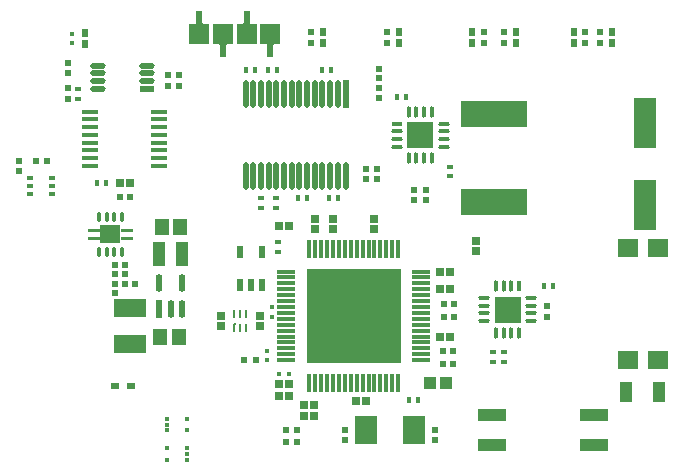
<source format=gtp>
G04*
G04 #@! TF.GenerationSoftware,Altium Limited,Altium Designer,24.1.2 (44)*
G04*
G04 Layer_Color=8421504*
%FSLAX44Y44*%
%MOMM*%
G71*
G04*
G04 #@! TF.SameCoordinates,564CEF90-820D-4554-998B-2DB19DA9D660*
G04*
G04*
G04 #@! TF.FilePolarity,Positive*
G04*
G01*
G75*
%ADD20R,4.4400X4.4400*%
%ADD21R,0.4000X0.5000*%
%ADD22R,2.7000X1.6000*%
%ADD23R,0.5500X0.5500*%
%ADD24R,0.5000X0.7000*%
%ADD25R,1.0000X1.1000*%
%ADD26R,0.3000X1.5000*%
%ADD27R,0.5682X0.5725*%
%ADD28R,2.4384X1.1176*%
%ADD29R,0.5000X0.4000*%
%ADD30R,0.7041X0.6582*%
%ADD31R,1.5000X0.3000*%
%ADD32R,0.5000X0.5500*%
%ADD33R,0.5200X0.5200*%
%ADD34R,0.5200X0.5200*%
%ADD35R,0.5725X0.5682*%
G04:AMPARAMS|DCode=36|XSize=1.75mm|YSize=1.5mm|CornerRadius=0.0525mm|HoleSize=0mm|Usage=FLASHONLY|Rotation=180.000|XOffset=0mm|YOffset=0mm|HoleType=Round|Shape=RoundedRectangle|*
%AMROUNDEDRECTD36*
21,1,1.7500,1.3950,0,0,180.0*
21,1,1.6450,1.5000,0,0,180.0*
1,1,0.1050,-0.8225,0.6975*
1,1,0.1050,0.8225,0.6975*
1,1,0.1050,0.8225,-0.6975*
1,1,0.1050,-0.8225,-0.6975*
%
%ADD36ROUNDEDRECTD36*%
G04:AMPARAMS|DCode=37|XSize=0.35mm|YSize=0.85mm|CornerRadius=0.0508mm|HoleSize=0mm|Usage=FLASHONLY|Rotation=180.000|XOffset=0mm|YOffset=0mm|HoleType=Round|Shape=RoundedRectangle|*
%AMROUNDEDRECTD37*
21,1,0.3500,0.7485,0,0,180.0*
21,1,0.2485,0.8500,0,0,180.0*
1,1,0.1015,-0.1243,0.3743*
1,1,0.1015,0.1243,0.3743*
1,1,0.1015,0.1243,-0.3743*
1,1,0.1015,-0.1243,-0.3743*
%
%ADD37ROUNDEDRECTD37*%
%ADD38R,0.4949X2.3528*%
G04:AMPARAMS|DCode=39|XSize=2.3528mm|YSize=0.4949mm|CornerRadius=0.2475mm|HoleSize=0mm|Usage=FLASHONLY|Rotation=270.000|XOffset=0mm|YOffset=0mm|HoleType=Round|Shape=RoundedRectangle|*
%AMROUNDEDRECTD39*
21,1,2.3528,0.0000,0,0,270.0*
21,1,1.8579,0.4949,0,0,270.0*
1,1,0.4949,0.0000,-0.9290*
1,1,0.4949,0.0000,0.9290*
1,1,0.4949,0.0000,0.9290*
1,1,0.4949,0.0000,-0.9290*
%
%ADD39ROUNDEDRECTD39*%
%ADD40R,1.7800X1.5200*%
%ADD41R,1.9000X4.2000*%
%ADD42R,0.6000X1.1000*%
%ADD43R,0.6582X0.7041*%
%ADD44R,5.6000X2.3000*%
%ADD45R,0.5500X0.5500*%
%ADD46R,0.4725X0.4682*%
%ADD47R,1.0581X1.6621*%
%ADD48R,2.3000X2.3000*%
G04:AMPARAMS|DCode=49|XSize=0.4mm|YSize=0.95mm|CornerRadius=0.2mm|HoleSize=0mm|Usage=FLASHONLY|Rotation=270.000|XOffset=0mm|YOffset=0mm|HoleType=Round|Shape=RoundedRectangle|*
%AMROUNDEDRECTD49*
21,1,0.4000,0.5500,0,0,270.0*
21,1,0.0000,0.9500,0,0,270.0*
1,1,0.4000,-0.2750,0.0000*
1,1,0.4000,-0.2750,0.0000*
1,1,0.4000,0.2750,0.0000*
1,1,0.4000,0.2750,0.0000*
%
%ADD49ROUNDEDRECTD49*%
G04:AMPARAMS|DCode=50|XSize=0.95mm|YSize=0.4mm|CornerRadius=0.2mm|HoleSize=0mm|Usage=FLASHONLY|Rotation=270.000|XOffset=0mm|YOffset=0mm|HoleType=Round|Shape=RoundedRectangle|*
%AMROUNDEDRECTD50*
21,1,0.9500,0.0000,0,0,270.0*
21,1,0.5500,0.4000,0,0,270.0*
1,1,0.4000,0.0000,-0.2750*
1,1,0.4000,0.0000,0.2750*
1,1,0.4000,0.0000,0.2750*
1,1,0.4000,0.0000,-0.2750*
%
%ADD50ROUNDEDRECTD50*%
%ADD51R,0.4000X0.9500*%
%ADD52R,0.4500X0.4500*%
%ADD53R,0.4000X0.3000*%
%ADD54R,1.3000X1.4500*%
%ADD55R,1.1000X2.0000*%
%ADD56R,0.9500X0.4000*%
G04:AMPARAMS|DCode=57|XSize=0.95mm|YSize=0.4mm|CornerRadius=0.2mm|HoleSize=0mm|Usage=FLASHONLY|Rotation=0.000|XOffset=0mm|YOffset=0mm|HoleType=Round|Shape=RoundedRectangle|*
%AMROUNDEDRECTD57*
21,1,0.9500,0.0000,0,0,0.0*
21,1,0.5500,0.4000,0,0,0.0*
1,1,0.4000,0.2750,0.0000*
1,1,0.4000,-0.2750,0.0000*
1,1,0.4000,-0.2750,0.0000*
1,1,0.4000,0.2750,0.0000*
%
%ADD57ROUNDEDRECTD57*%
G04:AMPARAMS|DCode=58|XSize=0.4mm|YSize=0.95mm|CornerRadius=0.2mm|HoleSize=0mm|Usage=FLASHONLY|Rotation=0.000|XOffset=0mm|YOffset=0mm|HoleType=Round|Shape=RoundedRectangle|*
%AMROUNDEDRECTD58*
21,1,0.4000,0.5500,0,0,0.0*
21,1,0.0000,0.9500,0,0,0.0*
1,1,0.4000,0.0000,-0.2750*
1,1,0.4000,0.0000,-0.2750*
1,1,0.4000,0.0000,0.2750*
1,1,0.4000,0.0000,0.2750*
%
%ADD58ROUNDEDRECTD58*%
%ADD59R,2.3000X2.3000*%
%ADD60R,1.3052X0.4821*%
G04:AMPARAMS|DCode=61|XSize=1.3052mm|YSize=0.4821mm|CornerRadius=0.2411mm|HoleSize=0mm|Usage=FLASHONLY|Rotation=180.000|XOffset=0mm|YOffset=0mm|HoleType=Round|Shape=RoundedRectangle|*
%AMROUNDEDRECTD61*
21,1,1.3052,0.0000,0,0,180.0*
21,1,0.8231,0.4821,0,0,180.0*
1,1,0.4821,-0.4116,0.0000*
1,1,0.4821,0.4116,0.0000*
1,1,0.4821,0.4116,0.0000*
1,1,0.4821,-0.4116,0.0000*
%
%ADD61ROUNDEDRECTD61*%
%ADD62R,1.3500X0.4000*%
%ADD63R,0.4682X0.4725*%
G04:AMPARAMS|DCode=64|XSize=0.66mm|YSize=0.25mm|CornerRadius=0.05mm|HoleSize=0mm|Usage=FLASHONLY|Rotation=90.000|XOffset=0mm|YOffset=0mm|HoleType=Round|Shape=RoundedRectangle|*
%AMROUNDEDRECTD64*
21,1,0.6600,0.1500,0,0,90.0*
21,1,0.5600,0.2500,0,0,90.0*
1,1,0.1000,0.0750,0.2800*
1,1,0.1000,0.0750,-0.2800*
1,1,0.1000,-0.0750,-0.2800*
1,1,0.1000,-0.0750,0.2800*
%
%ADD64ROUNDEDRECTD64*%
G04:AMPARAMS|DCode=65|XSize=0.7mm|YSize=0.25mm|CornerRadius=0.05mm|HoleSize=0mm|Usage=FLASHONLY|Rotation=90.000|XOffset=0mm|YOffset=0mm|HoleType=Round|Shape=RoundedRectangle|*
%AMROUNDEDRECTD65*
21,1,0.7000,0.1500,0,0,90.0*
21,1,0.6000,0.2500,0,0,90.0*
1,1,0.1000,0.0750,0.3000*
1,1,0.1000,0.0750,-0.3000*
1,1,0.1000,-0.0750,-0.3000*
1,1,0.1000,-0.0750,0.3000*
%
%ADD65ROUNDEDRECTD65*%
%ADD66R,0.5725X0.6153*%
%ADD67R,1.9000X2.4000*%
%ADD68R,0.8000X0.5500*%
%ADD69R,0.5721X1.5052*%
G04:AMPARAMS|DCode=70|XSize=1.5052mm|YSize=0.5721mm|CornerRadius=0.2861mm|HoleSize=0mm|Usage=FLASHONLY|Rotation=90.000|XOffset=0mm|YOffset=0mm|HoleType=Round|Shape=RoundedRectangle|*
%AMROUNDEDRECTD70*
21,1,1.5052,0.0000,0,0,90.0*
21,1,0.9331,0.5721,0,0,90.0*
1,1,0.5721,0.0000,0.4666*
1,1,0.5721,0.0000,-0.4666*
1,1,0.5721,0.0000,-0.4666*
1,1,0.5721,0.0000,0.4666*
%
%ADD70ROUNDEDRECTD70*%
%ADD71R,0.4750X0.5000*%
%ADD72R,0.4500X0.4500*%
G36*
X224826Y395416D02*
Y395416D01*
X224851Y395162D01*
X225045Y394693D01*
X225404Y394335D01*
X225872Y394141D01*
X226126Y394116D01*
X230776Y394116D01*
Y377116D01*
X213776D01*
Y394116D01*
X218426D01*
X218426Y394116D01*
X218680Y394141D01*
X219148Y394335D01*
X219507Y394693D01*
X219701Y395162D01*
X219726Y395416D01*
X219726Y405316D01*
X224826D01*
Y395416D01*
D02*
G37*
G36*
X184826Y395415D02*
X184851Y395162D01*
X185045Y394693D01*
X185404Y394334D01*
X185872Y394140D01*
X186126Y394115D01*
X190776D01*
Y377116D01*
X173776D01*
Y394115D01*
X178426D01*
X178680Y394141D01*
X179148Y394335D01*
X179507Y394693D01*
X179701Y395162D01*
X179726Y395415D01*
X179726Y405316D01*
X184826D01*
Y395415D01*
D02*
G37*
G36*
X250776Y377116D02*
X246126D01*
X245872Y377091D01*
X245404Y376897D01*
X245045Y376538D01*
X244851Y376069D01*
X244826Y375816D01*
Y365916D01*
X239726D01*
Y375816D01*
X239726D01*
X239701Y376069D01*
X239507Y376538D01*
X239148Y376897D01*
X238680Y377091D01*
X238426Y377116D01*
X233776D01*
Y394116D01*
X250776D01*
Y377116D01*
D02*
G37*
G36*
X210776Y377116D02*
X206126D01*
Y377116D01*
X205872Y377091D01*
X205404Y376897D01*
X205045Y376538D01*
X204851Y376069D01*
X204826Y375816D01*
Y365916D01*
X199726D01*
Y375816D01*
X199726Y375816D01*
X199701Y376069D01*
X199507Y376538D01*
X199148Y376897D01*
X198680Y377091D01*
X198426Y377116D01*
X193776Y377116D01*
Y394116D01*
X210776D01*
Y377116D01*
D02*
G37*
G36*
X126000Y217850D02*
X115750D01*
Y220650D01*
X126000D01*
Y217850D01*
D02*
G37*
G36*
X98250D02*
X88000D01*
Y220650D01*
X98250D01*
Y217850D01*
D02*
G37*
G36*
X126000Y211350D02*
X115750D01*
Y214150D01*
X126000D01*
Y211350D01*
D02*
G37*
G36*
X98250D02*
X88000D01*
Y214150D01*
X98250D01*
Y211350D01*
D02*
G37*
G36*
X213210Y139270D02*
X210710D01*
Y140270D01*
X211710Y141270D01*
X213210D01*
Y139270D01*
D02*
G37*
G36*
X353000Y107000D02*
X273000D01*
Y187000D01*
X353000D01*
Y107000D01*
D02*
G37*
D20*
X313000Y147000D02*
D03*
D21*
X95218Y259227D02*
D03*
X103218D02*
D03*
X300000Y247000D02*
D03*
X292000D02*
D03*
X273750D02*
D03*
X265750D02*
D03*
X285750Y355000D02*
D03*
X293750D02*
D03*
X248000D02*
D03*
X240000D02*
D03*
X229750D02*
D03*
X221750D02*
D03*
X474000Y172000D02*
D03*
X482000D02*
D03*
X357250Y332250D02*
D03*
X349250D02*
D03*
X359500Y75750D02*
D03*
X367500D02*
D03*
D22*
X123500Y153250D02*
D03*
Y123250D02*
D03*
D23*
X277000Y387000D02*
D03*
Y378000D02*
D03*
X164821Y341500D02*
D03*
Y350500D02*
D03*
X155390Y341500D02*
D03*
Y350500D02*
D03*
X521750Y378000D02*
D03*
Y387000D02*
D03*
X440000D02*
D03*
Y378000D02*
D03*
X423000Y387000D02*
D03*
Y378000D02*
D03*
X476375Y155375D02*
D03*
Y146375D02*
D03*
X341250Y378000D02*
D03*
Y387000D02*
D03*
X71000Y361250D02*
D03*
Y352250D02*
D03*
Y339500D02*
D03*
Y330500D02*
D03*
X508750Y378000D02*
D03*
Y387000D02*
D03*
D24*
X287000D02*
D03*
Y378000D02*
D03*
X499250Y387000D02*
D03*
Y378000D02*
D03*
X351250D02*
D03*
Y387000D02*
D03*
X85500Y377500D02*
D03*
Y386500D02*
D03*
X413000Y378000D02*
D03*
Y387000D02*
D03*
X450000Y378000D02*
D03*
Y387000D02*
D03*
X531750Y378000D02*
D03*
Y387000D02*
D03*
D25*
X377500Y90250D02*
D03*
X391500D02*
D03*
D26*
X350500Y90000D02*
D03*
X275500Y204000D02*
D03*
X280500D02*
D03*
X285500D02*
D03*
X290500D02*
D03*
X295500D02*
D03*
X300500D02*
D03*
X305500D02*
D03*
X310500D02*
D03*
X315500D02*
D03*
X320500D02*
D03*
X325500D02*
D03*
X330500D02*
D03*
X335500D02*
D03*
X340500D02*
D03*
X345500D02*
D03*
X350500D02*
D03*
X345500Y90000D02*
D03*
X340500D02*
D03*
X335500D02*
D03*
X330500D02*
D03*
X325500D02*
D03*
X320500D02*
D03*
X315500D02*
D03*
X310500D02*
D03*
X305500D02*
D03*
X300500D02*
D03*
X295500D02*
D03*
X290500D02*
D03*
X285500D02*
D03*
X280500D02*
D03*
X275500D02*
D03*
D27*
X264522Y50250D02*
D03*
Y40000D02*
D03*
X255478D02*
D03*
X397271Y117500D02*
D03*
X388228D02*
D03*
X397271Y106500D02*
D03*
X388228D02*
D03*
X389229Y146250D02*
D03*
X398271D02*
D03*
Y157000D02*
D03*
X389229D02*
D03*
X255478Y50250D02*
D03*
D28*
X429947Y62700D02*
D03*
Y37300D02*
D03*
X516053D02*
D03*
Y62700D02*
D03*
D29*
X234500Y246500D02*
D03*
Y238500D02*
D03*
X247500Y246500D02*
D03*
Y238500D02*
D03*
X440250Y116000D02*
D03*
Y108000D02*
D03*
X431250Y116000D02*
D03*
Y108000D02*
D03*
X57500Y250500D02*
D03*
Y257000D02*
D03*
Y263500D02*
D03*
X38500D02*
D03*
Y257000D02*
D03*
Y250500D02*
D03*
X79750Y339000D02*
D03*
Y331000D02*
D03*
X394500Y265250D02*
D03*
Y273250D02*
D03*
X249250Y201250D02*
D03*
Y209250D02*
D03*
D30*
X323770Y74750D02*
D03*
X315229D02*
D03*
X258021Y222750D02*
D03*
X249480D02*
D03*
X115229Y259500D02*
D03*
X123770D02*
D03*
X385729Y184500D02*
D03*
X394270D02*
D03*
X385729Y169500D02*
D03*
X394270D02*
D03*
X279019Y62250D02*
D03*
X270478D02*
D03*
X279019Y71750D02*
D03*
X270478D02*
D03*
X249730Y78750D02*
D03*
X258271D02*
D03*
Y89250D02*
D03*
X249730D02*
D03*
X385729Y129500D02*
D03*
X394270D02*
D03*
D31*
X370000Y184500D02*
D03*
Y179500D02*
D03*
Y174500D02*
D03*
Y169500D02*
D03*
Y164500D02*
D03*
Y159500D02*
D03*
Y154500D02*
D03*
Y149500D02*
D03*
Y144500D02*
D03*
Y139500D02*
D03*
Y134500D02*
D03*
Y129500D02*
D03*
Y124500D02*
D03*
Y119500D02*
D03*
Y114500D02*
D03*
Y109500D02*
D03*
X256000D02*
D03*
Y114500D02*
D03*
Y119500D02*
D03*
Y124500D02*
D03*
Y129500D02*
D03*
Y134500D02*
D03*
Y139500D02*
D03*
Y144500D02*
D03*
Y149500D02*
D03*
Y154500D02*
D03*
Y159500D02*
D03*
Y164500D02*
D03*
Y169500D02*
D03*
Y174500D02*
D03*
Y179500D02*
D03*
Y184500D02*
D03*
D32*
X119500Y182250D02*
D03*
Y189750D02*
D03*
X110500Y182250D02*
D03*
Y189750D02*
D03*
D33*
X119500Y174000D02*
D03*
X127500D02*
D03*
D34*
X110500Y174250D02*
D03*
Y166250D02*
D03*
D35*
X332250Y262479D02*
D03*
Y271521D02*
D03*
X323000Y262479D02*
D03*
Y271521D02*
D03*
X374000Y244729D02*
D03*
Y253771D02*
D03*
X364000Y244729D02*
D03*
Y253771D02*
D03*
D36*
X107000Y216000D02*
D03*
D37*
X116750Y230750D02*
D03*
X110250D02*
D03*
X103750D02*
D03*
X97250D02*
D03*
X116750Y201250D02*
D03*
X110250D02*
D03*
X103750D02*
D03*
X97250D02*
D03*
D38*
X306000Y334751D02*
D03*
D39*
X299500D02*
D03*
X293000D02*
D03*
X286500D02*
D03*
X280000D02*
D03*
X273500D02*
D03*
X267000D02*
D03*
X260500D02*
D03*
X254000D02*
D03*
X247500D02*
D03*
X241000D02*
D03*
X234500D02*
D03*
X228000D02*
D03*
X221500D02*
D03*
Y265249D02*
D03*
X228000D02*
D03*
X234500D02*
D03*
X241000D02*
D03*
X247500D02*
D03*
X254000D02*
D03*
X260500D02*
D03*
X267000D02*
D03*
X273500D02*
D03*
X280000D02*
D03*
X286500D02*
D03*
X293000D02*
D03*
X299500D02*
D03*
X306000D02*
D03*
D40*
X570200Y204650D02*
D03*
Y109350D02*
D03*
X544800Y204650D02*
D03*
Y109350D02*
D03*
D41*
X559750Y310500D02*
D03*
Y240500D02*
D03*
D42*
X216250Y173000D02*
D03*
X225750D02*
D03*
X235250D02*
D03*
Y201000D02*
D03*
X216250D02*
D03*
D43*
X330500Y220729D02*
D03*
Y229270D02*
D03*
X280500D02*
D03*
Y220729D02*
D03*
X295500Y229270D02*
D03*
Y220729D02*
D03*
X416500Y210771D02*
D03*
Y202230D02*
D03*
X200500Y138479D02*
D03*
Y147020D02*
D03*
X233500Y138479D02*
D03*
Y147020D02*
D03*
D44*
X432000Y243750D02*
D03*
Y317750D02*
D03*
D45*
X53000Y278000D02*
D03*
X44000D02*
D03*
D46*
X29632Y277776D02*
D03*
Y269733D02*
D03*
X334000Y339521D02*
D03*
Y331479D02*
D03*
Y347979D02*
D03*
Y356021D02*
D03*
D47*
X571770Y82500D02*
D03*
X543230D02*
D03*
D48*
X443250Y152250D02*
D03*
D49*
X463000Y162000D02*
D03*
Y155500D02*
D03*
Y149000D02*
D03*
Y142500D02*
D03*
X423500D02*
D03*
Y149000D02*
D03*
Y155500D02*
D03*
Y162000D02*
D03*
D50*
X453000Y132500D02*
D03*
X446500D02*
D03*
X440000D02*
D03*
X433500D02*
D03*
Y172000D02*
D03*
X440000D02*
D03*
X446500D02*
D03*
D51*
X453000D02*
D03*
D52*
X74250Y386000D02*
D03*
Y378000D02*
D03*
X239750Y117250D02*
D03*
Y109250D02*
D03*
X243541Y146240D02*
D03*
Y154240D02*
D03*
D53*
X154500Y25000D02*
D03*
Y35000D02*
D03*
X171500D02*
D03*
Y30000D02*
D03*
Y25000D02*
D03*
X171500Y60000D02*
D03*
Y50000D02*
D03*
X154500D02*
D03*
Y55000D02*
D03*
Y60000D02*
D03*
D54*
X150250Y222500D02*
D03*
X166250D02*
D03*
X149270Y129270D02*
D03*
X165270D02*
D03*
D55*
X167500Y199000D02*
D03*
X148500D02*
D03*
D56*
X349500Y309750D02*
D03*
D57*
Y303250D02*
D03*
Y296750D02*
D03*
Y290250D02*
D03*
X389000D02*
D03*
Y296750D02*
D03*
Y303250D02*
D03*
Y309750D02*
D03*
D58*
X359500Y280250D02*
D03*
X366000D02*
D03*
X372500D02*
D03*
X379000D02*
D03*
Y319750D02*
D03*
X372500D02*
D03*
X366000D02*
D03*
X359500D02*
D03*
D59*
X369250Y300000D02*
D03*
D60*
X137505Y339250D02*
D03*
D61*
Y345750D02*
D03*
Y352250D02*
D03*
Y358750D02*
D03*
X96495D02*
D03*
Y352250D02*
D03*
Y345750D02*
D03*
Y339250D02*
D03*
D62*
X90000Y319750D02*
D03*
Y313250D02*
D03*
Y306750D02*
D03*
Y300250D02*
D03*
Y293750D02*
D03*
Y287250D02*
D03*
Y280750D02*
D03*
Y274250D02*
D03*
X148500Y319750D02*
D03*
Y313250D02*
D03*
Y306750D02*
D03*
Y300250D02*
D03*
Y293750D02*
D03*
Y287250D02*
D03*
Y280750D02*
D03*
Y274250D02*
D03*
D63*
X115229Y248000D02*
D03*
X123272D02*
D03*
D64*
X211960Y136570D02*
D03*
D65*
X216960Y136770D02*
D03*
X221960D02*
D03*
Y148770D02*
D03*
X216960D02*
D03*
X211960D02*
D03*
D66*
X305500Y41714D02*
D03*
Y50286D02*
D03*
X382000Y41714D02*
D03*
Y50286D02*
D03*
D67*
X323250Y50000D02*
D03*
X364250D02*
D03*
D68*
X111250Y88000D02*
D03*
X124250Y88000D02*
D03*
D69*
X148500Y152995D02*
D03*
D70*
X158000D02*
D03*
X167500D02*
D03*
Y175005D02*
D03*
X148500D02*
D03*
D71*
X220124Y109250D02*
D03*
X230375D02*
D03*
D72*
X258000Y97750D02*
D03*
X250000D02*
D03*
M02*

</source>
